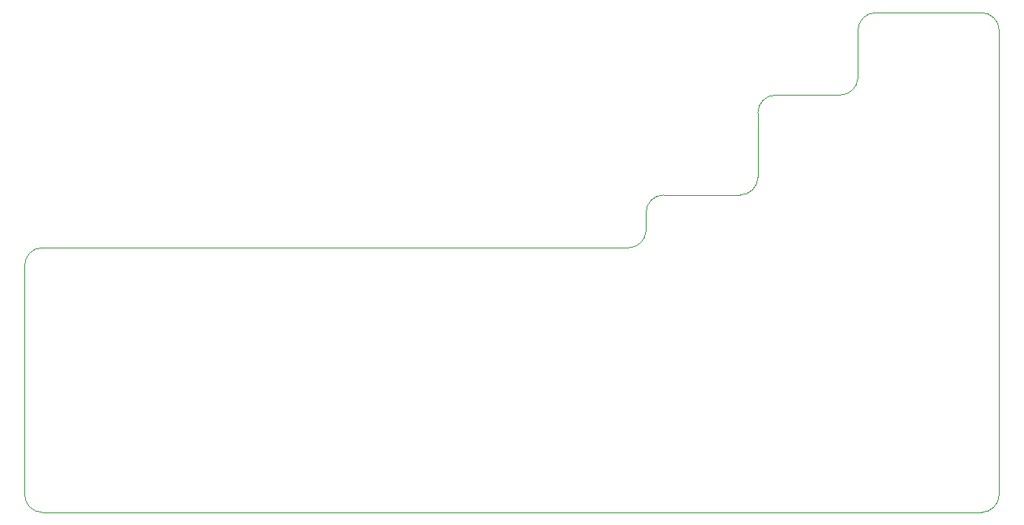
<source format=gbr>
%TF.GenerationSoftware,KiCad,Pcbnew,(5.1.9)-1*%
%TF.CreationDate,2021-07-28T09:14:02+01:00*%
%TF.ProjectId,RGBtoHDMI Amiga Denise DIP CPLD Rev 1.1,52474274-6f48-4444-9d49-20416d696761,rev?*%
%TF.SameCoordinates,Original*%
%TF.FileFunction,Profile,NP*%
%FSLAX46Y46*%
G04 Gerber Fmt 4.6, Leading zero omitted, Abs format (unit mm)*
G04 Created by KiCad (PCBNEW (5.1.9)-1) date 2021-07-28 09:14:02*
%MOMM*%
%LPD*%
G01*
G04 APERTURE LIST*
%TA.AperFunction,Profile*%
%ADD10C,0.050000*%
%TD*%
G04 APERTURE END LIST*
D10*
X158115000Y-74295000D02*
G75*
G02*
X156210000Y-76200000I-1905000J0D01*
G01*
X158115000Y-74295000D02*
X158115000Y-67310000D01*
X158115000Y-67310000D02*
G75*
G02*
X160020000Y-65405000I1905000J0D01*
G01*
X167005000Y-65405000D02*
X160020000Y-65405000D01*
X184150000Y-108585000D02*
G75*
G02*
X182245000Y-110490000I-1905000J0D01*
G01*
X182245000Y-56515000D02*
G75*
G02*
X184150000Y-58420000I0J-1905000D01*
G01*
X168910000Y-58420000D02*
G75*
G02*
X170815000Y-56515000I1905000J0D01*
G01*
X168910000Y-63500000D02*
G75*
G02*
X167005000Y-65405000I-1905000J0D01*
G01*
X146050000Y-78105000D02*
G75*
G02*
X147955000Y-76200000I1905000J0D01*
G01*
X146050000Y-80010000D02*
G75*
G02*
X144145000Y-81915000I-1905000J0D01*
G01*
X80899000Y-110490000D02*
G75*
G02*
X78994000Y-108585000I0J1905000D01*
G01*
X78994000Y-83820000D02*
G75*
G02*
X80899000Y-81915000I1905000J0D01*
G01*
X147955000Y-76200000D02*
X156210000Y-76200000D01*
X146050000Y-80010000D02*
X146050000Y-78105000D01*
X170815000Y-56515000D02*
X182245000Y-56515000D01*
X168910000Y-63500000D02*
X168910000Y-58420000D01*
X80899000Y-81915000D02*
X144145000Y-81915000D01*
X78994000Y-108585000D02*
X78994000Y-83820000D01*
X182245000Y-110490000D02*
X80899000Y-110490000D01*
X184150000Y-58420000D02*
X184150000Y-108585000D01*
M02*

</source>
